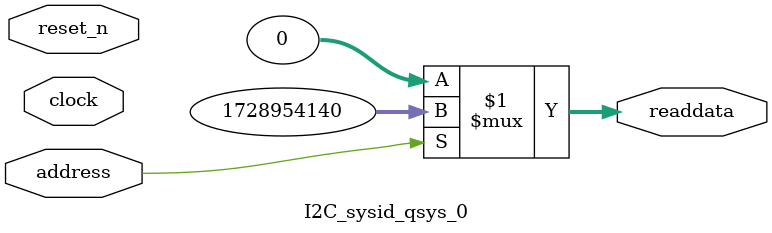
<source format=v>



// synthesis translate_off
`timescale 1ns / 1ps
// synthesis translate_on

// turn off superfluous verilog processor warnings 
// altera message_level Level1 
// altera message_off 10034 10035 10036 10037 10230 10240 10030 

module I2C_sysid_qsys_0 (
               // inputs:
                address,
                clock,
                reset_n,

               // outputs:
                readdata
             )
;

  output  [ 31: 0] readdata;
  input            address;
  input            clock;
  input            reset_n;

  wire    [ 31: 0] readdata;
  //control_slave, which is an e_avalon_slave
  assign readdata = address ? 1728954140 : 0;

endmodule



</source>
